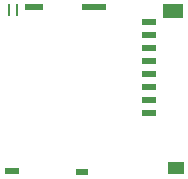
<source format=gbs>
G04 DesignSpark PCB Gerber Version 12.0 Build 5942*
%FSLAX35Y35*%
%MOMM*%
%ADD176R,0.25560X1.04300*%
%ADD180R,1.05000X0.50000*%
%ADD175R,1.20000X0.55000*%
%ADD179R,1.50000X0.55000*%
%ADD178R,2.04000X0.55000*%
%ADD181R,1.40000X1.06000*%
%ADD177R,1.70000X1.25000*%
X0Y0D02*
D02*
D175*
X47926950Y41890260D03*
X49086950Y42388760D03*
Y42498860D03*
Y42608860D03*
Y42718860D03*
Y42828860D03*
Y42938860D03*
Y43048860D03*
Y43158860D03*
D02*
D176*
X47904450Y43255360D03*
X47970450D03*
D02*
D177*
X49291950Y43245260D03*
D02*
D178*
X48628950Y43280360D03*
D02*
D179*
X48120950D03*
D02*
D180*
X48519450Y41887760D03*
D02*
D181*
X49316950Y41915860D03*
X0Y0D02*
M02*

</source>
